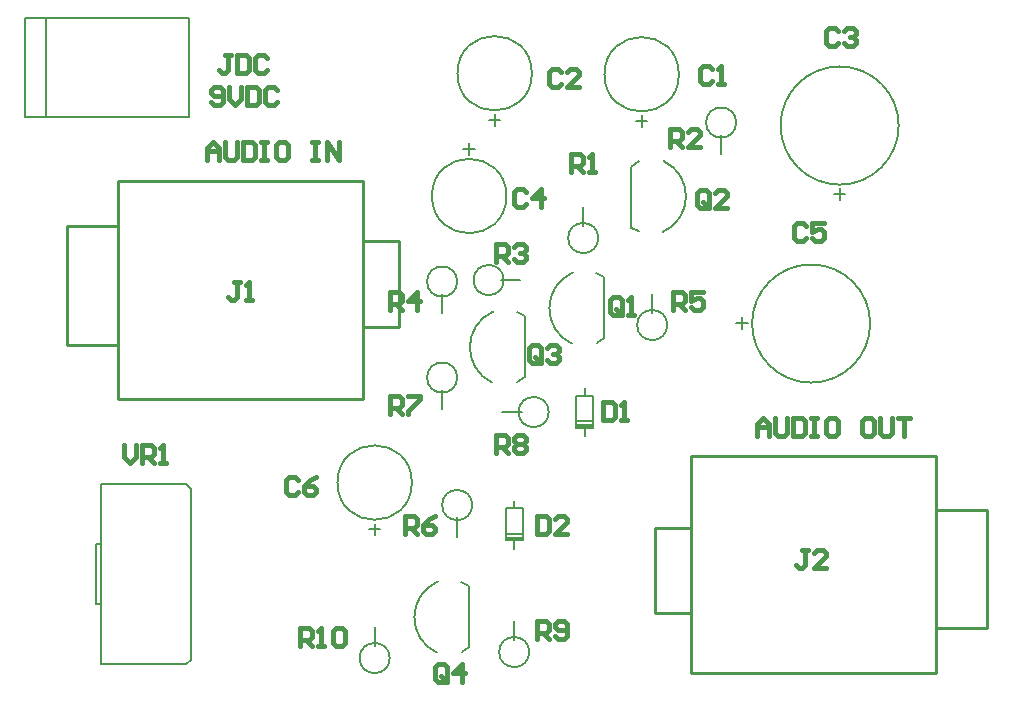
<source format=gto>
G04*
G04 #@! TF.GenerationSoftware,Altium Limited,Altium Designer,21.0.9 (235)*
G04*
G04 Layer_Color=65535*
%FSTAX24Y24*%
%MOIN*%
G70*
G04*
G04 #@! TF.SameCoordinates,BE33CD37-818E-4C07-995D-9A106440EC1D*
G04*
G04*
G04 #@! TF.FilePolarity,Positive*
G04*
G01*
G75*
%ADD10C,0.0050*%
%ADD11C,0.0070*%
%ADD12C,0.0100*%
%ADD13C,0.0150*%
%ADD14R,0.0550X0.0150*%
D10*
X039218Y046D02*
G03*
X039218Y046I-001969J0D01*
G01*
X03189Y047708D02*
G03*
X03189Y047708I-00124J0D01*
G01*
X02699Y047742D02*
G03*
X02699Y047742I-00124J0D01*
G01*
X02614Y04365D02*
G03*
X02614Y04365I-00124J0D01*
G01*
X02299Y0341D02*
G03*
X02299Y0341I-00124J0D01*
G01*
X038268Y0394D02*
G03*
X038268Y0394I-001969J0D01*
G01*
X037245Y04351D02*
Y043903D01*
X037048Y043707D02*
X037442D01*
X030645Y045946D02*
Y04634D01*
X030448Y046143D02*
X030842D01*
X025745Y04598D02*
Y046374D01*
X025548Y046177D02*
X025942D01*
X024905Y045412D02*
Y045018D01*
X025102Y045215D02*
X024708D01*
X021745Y032338D02*
Y032732D01*
X021548Y032535D02*
X021942D01*
X03381Y039405D02*
X034203D01*
X034007Y039602D02*
Y039208D01*
D11*
X033802Y0461D02*
G03*
X033802Y0461I-000502J0D01*
G01*
X03135Y042451D02*
G03*
X031382Y044815I-000524J00119D01*
G01*
X026052Y04085D02*
G03*
X026052Y04085I-000502J0D01*
G01*
X02835Y041099D02*
G03*
X028318Y038735I000524J-00119D01*
G01*
X0257Y039799D02*
G03*
X025668Y037435I000524J-00119D01*
G01*
X024502Y0408D02*
G03*
X024502Y0408I-000502J0D01*
G01*
Y0376D02*
G03*
X024502Y0376I-000502J0D01*
G01*
X027552Y03645D02*
G03*
X027552Y03645I-000502J0D01*
G01*
X025002Y03335D02*
G03*
X025002Y03335I-000502J0D01*
G01*
X02385Y030799D02*
G03*
X023818Y028435I000524J-00119D01*
G01*
X022252Y02825D02*
G03*
X022252Y02825I-000502J0D01*
G01*
X026902Y02845D02*
G03*
X026902Y02845I-000502J0D01*
G01*
X031502Y03935D02*
G03*
X031502Y03935I-000502J0D01*
G01*
X029202Y04225D02*
G03*
X029202Y04225I-000502J0D01*
G01*
X0333Y04505D02*
Y0457D01*
X0303Y04463D02*
X030548Y044803D01*
X0303Y0426D02*
X03056Y04247D01*
X0303Y0426D02*
Y04463D01*
X0108Y0463D02*
Y0496D01*
X0101Y0463D02*
X01555D01*
X0101Y0496D02*
X01555D01*
Y0463D02*
Y0496D01*
X0101Y0463D02*
Y0496D01*
X02595Y04085D02*
X0266D01*
X029152Y038747D02*
X0294Y03892D01*
X02914Y04108D02*
X0294Y04095D01*
Y03892D02*
Y04095D01*
X026502Y037447D02*
X02675Y03762D01*
X02649Y03978D02*
X02675Y03965D01*
Y03762D02*
Y03965D01*
X024Y03975D02*
Y0404D01*
Y03655D02*
Y0372D01*
X026Y03645D02*
X02665D01*
X0245Y0323D02*
Y03295D01*
X015623Y0282D02*
Y03389D01*
X012613Y03404D02*
X015473D01*
X012613Y02805D02*
Y03404D01*
Y02805D02*
X015473D01*
X012463Y03205D02*
X012613D01*
X012463Y03006D02*
Y03205D01*
Y03006D02*
X012613D01*
X015473Y03404D02*
X015623Y03389D01*
X015473Y02805D02*
X015623Y0282D01*
X024652Y028447D02*
X0249Y02862D01*
X02464Y03078D02*
X0249Y03065D01*
Y02862D02*
Y03065D01*
X02175Y02865D02*
Y0293D01*
X02847Y03615D02*
X02904D01*
Y03592D02*
Y03699D01*
X02847D02*
X02904D01*
X02847Y03592D02*
Y03699D01*
X02875Y03565D02*
Y03592D01*
Y03699D02*
Y03725D01*
X02847Y03592D02*
X02904D01*
X02612Y0324D02*
X02669D01*
Y03217D02*
Y03324D01*
X02612D02*
X02669D01*
X02612Y03217D02*
Y03324D01*
X0264Y0319D02*
Y03217D01*
Y03324D02*
Y0335D01*
X02612Y03217D02*
X02669D01*
X0264Y02885D02*
Y0295D01*
X031Y03975D02*
Y0404D01*
X0287Y04265D02*
Y0433D01*
D12*
X04045Y0332D02*
X04215D01*
Y02925D02*
Y0332D01*
X04045Y02925D02*
X04215D01*
X0311Y0326D02*
X0323D01*
X0311Y02975D02*
Y0326D01*
Y02975D02*
X0323D01*
Y02775D02*
X04045D01*
X0323D02*
Y0278D01*
X04045Y02775D02*
Y035D01*
X0323D02*
X04045D01*
X0323Y0278D02*
Y035D01*
X0115Y0387D02*
X0132D01*
X0115D02*
Y04265D01*
X0132D01*
X02135Y0393D02*
X02255D01*
Y04215D01*
X02135D02*
X02255D01*
X0132Y04415D02*
X02135D01*
Y0441D02*
Y04415D01*
X0132Y0369D02*
Y04415D01*
Y0369D02*
X02135D01*
Y0441D01*
D13*
X0163Y0468D02*
X0164Y0467D01*
X0166D01*
X0167Y0468D01*
Y0472D01*
X0166Y0473D01*
X0164D01*
X0163Y0472D01*
Y0471D01*
X0164Y047D01*
X0167D01*
X0169Y0473D02*
Y0469D01*
X0171Y0467D01*
X0173Y0469D01*
Y0473D01*
X0175D02*
Y0467D01*
X0178D01*
X017899Y0468D01*
Y0472D01*
X0178Y0473D01*
X0175D01*
X018499Y0472D02*
X018399Y0473D01*
X018199D01*
X018099Y0472D01*
Y0468D01*
X018199Y0467D01*
X018399D01*
X018499Y0468D01*
X0345Y03565D02*
Y03605D01*
X0347Y03625D01*
X0349Y03605D01*
Y03565D01*
Y03595D01*
X0345D01*
X0351Y03625D02*
Y03575D01*
X0352Y03565D01*
X0354D01*
X0355Y03575D01*
Y03625D01*
X0357D02*
Y03565D01*
X036D01*
X036099Y03575D01*
Y03615D01*
X036Y03625D01*
X0357D01*
X036299D02*
X036499D01*
X036399D01*
Y03565D01*
X036299D01*
X036499D01*
X037099Y03625D02*
X036899D01*
X036799Y03615D01*
Y03575D01*
X036899Y03565D01*
X037099D01*
X037199Y03575D01*
Y03615D01*
X037099Y03625D01*
X038299D02*
X038099D01*
X037999Y03615D01*
Y03575D01*
X038099Y03565D01*
X038299D01*
X038399Y03575D01*
Y03615D01*
X038299Y03625D01*
X038599D02*
Y03575D01*
X038699Y03565D01*
X038899D01*
X038999Y03575D01*
Y03625D01*
X039198D02*
X039598D01*
X039398D01*
Y03565D01*
X01615Y04485D02*
Y04525D01*
X01635Y04545D01*
X01655Y04525D01*
Y04485D01*
Y04515D01*
X01615D01*
X01675Y04545D02*
Y04495D01*
X01685Y04485D01*
X01705D01*
X01715Y04495D01*
Y04545D01*
X01735D02*
Y04485D01*
X01765D01*
X017749Y04495D01*
Y04535D01*
X01765Y04545D01*
X01735D01*
X017949D02*
X018149D01*
X018049D01*
Y04485D01*
X017949D01*
X018149D01*
X018749Y04545D02*
X018549D01*
X018449Y04535D01*
Y04495D01*
X018549Y04485D01*
X018749D01*
X018849Y04495D01*
Y04535D01*
X018749Y04545D01*
X019649D02*
X019849D01*
X019749D01*
Y04485D01*
X019649D01*
X019849D01*
X020149D02*
Y04545D01*
X020549Y04485D01*
Y04545D01*
X0372Y04915D02*
X0371Y04925D01*
X0369D01*
X0368Y04915D01*
Y04875D01*
X0369Y04865D01*
X0371D01*
X0372Y04875D01*
X0374Y04915D02*
X0375Y04925D01*
X0377D01*
X0378Y04915D01*
Y04905D01*
X0377Y04895D01*
X0376D01*
X0377D01*
X0378Y04885D01*
Y04875D01*
X0377Y04865D01*
X0375D01*
X0374Y04875D01*
X03612Y04264D02*
X03602Y04274D01*
X03582D01*
X03572Y04264D01*
Y04224D01*
X03582Y04214D01*
X03602D01*
X03612Y04224D01*
X03672Y04274D02*
X03632D01*
Y04244D01*
X03652Y04254D01*
X03662D01*
X03672Y04244D01*
Y04224D01*
X03662Y04214D01*
X03642D01*
X03632Y04224D01*
X0134Y03535D02*
Y03495D01*
X0136Y03475D01*
X0138Y03495D01*
Y03535D01*
X014Y03475D02*
Y03535D01*
X0143D01*
X0144Y03525D01*
Y03505D01*
X0143Y03495D01*
X014D01*
X0142D02*
X0144Y03475D01*
X0146D02*
X0148D01*
X0147D01*
Y03535D01*
X0146Y03525D01*
X01925Y02865D02*
Y02925D01*
X01955D01*
X01965Y02915D01*
Y02895D01*
X01955Y02885D01*
X01925D01*
X01945D02*
X01965Y02865D01*
X01985D02*
X02005D01*
X01995D01*
Y02925D01*
X01985Y02915D01*
X02035D02*
X02045Y02925D01*
X02065D01*
X02075Y02915D01*
Y02875D01*
X02065Y02865D01*
X02045D01*
X02035Y02875D01*
Y02915D01*
X02715Y0289D02*
Y0295D01*
X02745D01*
X02755Y0294D01*
Y0292D01*
X02745Y0291D01*
X02715D01*
X02735D02*
X02755Y0289D01*
X02775Y029D02*
X02785Y0289D01*
X02805D01*
X02815Y029D01*
Y0294D01*
X02805Y0295D01*
X02785D01*
X02775Y0294D01*
Y0293D01*
X02785Y0292D01*
X02815D01*
X0258Y0351D02*
Y0357D01*
X0261D01*
X0262Y0356D01*
Y0354D01*
X0261Y0353D01*
X0258D01*
X026D02*
X0262Y0351D01*
X0264Y0356D02*
X0265Y0357D01*
X0267D01*
X0268Y0356D01*
Y0355D01*
X0267Y0354D01*
X0268Y0353D01*
Y0352D01*
X0267Y0351D01*
X0265D01*
X0264Y0352D01*
Y0353D01*
X0265Y0354D01*
X0264Y0355D01*
Y0356D01*
X0265Y0354D02*
X0267D01*
X02225Y0364D02*
Y037D01*
X02255D01*
X02265Y0369D01*
Y0367D01*
X02255Y0366D01*
X02225D01*
X02245D02*
X02265Y0364D01*
X02285Y037D02*
X02325D01*
Y0369D01*
X02285Y0365D01*
Y0364D01*
X02275Y0324D02*
Y033D01*
X02305D01*
X02315Y0329D01*
Y0327D01*
X02305Y0326D01*
X02275D01*
X02295D02*
X02315Y0324D01*
X02375Y033D02*
X02355Y0329D01*
X02335Y0327D01*
Y0325D01*
X02345Y0324D01*
X02365D01*
X02375Y0325D01*
Y0326D01*
X02365Y0327D01*
X02335D01*
X0317Y03985D02*
Y04045D01*
X032D01*
X0321Y04035D01*
Y04015D01*
X032Y04005D01*
X0317D01*
X0319D02*
X0321Y03985D01*
X0327Y04045D02*
X0323D01*
Y04015D01*
X0325Y04025D01*
X0326D01*
X0327Y04015D01*
Y03995D01*
X0326Y03985D01*
X0324D01*
X0323Y03995D01*
X02225Y03985D02*
Y04045D01*
X02255D01*
X02265Y04035D01*
Y04015D01*
X02255Y04005D01*
X02225D01*
X02245D02*
X02265Y03985D01*
X02315D02*
Y04045D01*
X02285Y04015D01*
X02325D01*
X0258Y04145D02*
Y04205D01*
X0261D01*
X0262Y04195D01*
Y04175D01*
X0261Y04165D01*
X0258D01*
X026D02*
X0262Y04145D01*
X0264Y04195D02*
X0265Y04205D01*
X0267D01*
X0268Y04195D01*
Y04185D01*
X0267Y04175D01*
X0266D01*
X0267D01*
X0268Y04165D01*
Y04155D01*
X0267Y04145D01*
X0265D01*
X0264Y04155D01*
X0316Y0453D02*
Y0459D01*
X0319D01*
X032Y0458D01*
Y0456D01*
X0319Y0455D01*
X0316D01*
X0318D02*
X032Y0453D01*
X0326D02*
X0322D01*
X0326Y0457D01*
Y0458D01*
X0325Y0459D01*
X0323D01*
X0322Y0458D01*
X0283Y04446D02*
Y04506D01*
X0286D01*
X0287Y04496D01*
Y04476D01*
X0286Y04466D01*
X0283D01*
X0285D02*
X0287Y04446D01*
X0289D02*
X0291D01*
X029D01*
Y04506D01*
X0289Y04496D01*
X02415Y02755D02*
Y02795D01*
X02405Y02805D01*
X02385D01*
X02375Y02795D01*
Y02755D01*
X02385Y02745D01*
X02405D01*
X02395Y02765D02*
X02415Y02745D01*
X02405D02*
X02415Y02755D01*
X02465Y02745D02*
Y02805D01*
X02435Y02775D01*
X02475D01*
X0273Y0382D02*
Y0386D01*
X0272Y0387D01*
X027D01*
X0269Y0386D01*
Y0382D01*
X027Y0381D01*
X0272D01*
X0271Y0383D02*
X0273Y0381D01*
X0272D02*
X0273Y0382D01*
X0275Y0386D02*
X0276Y0387D01*
X0278D01*
X0279Y0386D01*
Y0385D01*
X0278Y0384D01*
X0277D01*
X0278D01*
X0279Y0383D01*
Y0382D01*
X0278Y0381D01*
X0276D01*
X0275Y0382D01*
X0329Y04335D02*
Y04375D01*
X0328Y04385D01*
X0326D01*
X0325Y04375D01*
Y04335D01*
X0326Y04325D01*
X0328D01*
X0327Y04345D02*
X0329Y04325D01*
X0328D02*
X0329Y04335D01*
X0335Y04325D02*
X0331D01*
X0335Y04365D01*
Y04375D01*
X0334Y04385D01*
X0332D01*
X0331Y04375D01*
X03Y0398D02*
Y0402D01*
X0299Y0403D01*
X0297D01*
X0296Y0402D01*
Y0398D01*
X0297Y0397D01*
X0299D01*
X0298Y0399D02*
X03Y0397D01*
X0299D02*
X03Y0398D01*
X0302Y0397D02*
X0304D01*
X0303D01*
Y0403D01*
X0302Y0402D01*
X01695Y04835D02*
X01675D01*
X01685D01*
Y04785D01*
X01675Y04775D01*
X01665D01*
X01655Y04785D01*
X01715Y04835D02*
Y04775D01*
X01745D01*
X01755Y04785D01*
Y04825D01*
X01745Y04835D01*
X01715D01*
X01815Y04825D02*
X01805Y04835D01*
X01785D01*
X01775Y04825D01*
Y04785D01*
X01785Y04775D01*
X01805D01*
X01815Y04785D01*
X0362Y03185D02*
X036D01*
X0361D01*
Y03135D01*
X036Y03125D01*
X0359D01*
X0358Y03135D01*
X0368Y03125D02*
X0364D01*
X0368Y03165D01*
Y03175D01*
X0367Y03185D01*
X0365D01*
X0364Y03175D01*
X01725Y0408D02*
X01705D01*
X01715D01*
Y0403D01*
X01705Y0402D01*
X01695D01*
X01685Y0403D01*
X01745Y0402D02*
X01765D01*
X01755D01*
Y0408D01*
X01745Y0407D01*
X02715Y033D02*
Y0324D01*
X02745D01*
X02755Y0325D01*
Y0329D01*
X02745Y033D01*
X02715D01*
X02815Y0324D02*
X02775D01*
X02815Y0328D01*
Y0329D01*
X02805Y033D01*
X02785D01*
X02775Y0329D01*
X02935Y0368D02*
Y0362D01*
X02965D01*
X02975Y0363D01*
Y0367D01*
X02965Y0368D01*
X02935D01*
X02995Y0362D02*
X03015D01*
X03005D01*
Y0368D01*
X02995Y0367D01*
X0192Y0342D02*
X0191Y0343D01*
X0189D01*
X0188Y0342D01*
Y0338D01*
X0189Y0337D01*
X0191D01*
X0192Y0338D01*
X0198Y0343D02*
X0196Y0342D01*
X0194Y034D01*
Y0338D01*
X0195Y0337D01*
X0197D01*
X0198Y0338D01*
Y0339D01*
X0197Y034D01*
X0194D01*
X0268Y0438D02*
X0267Y0439D01*
X0265D01*
X0264Y0438D01*
Y0434D01*
X0265Y0433D01*
X0267D01*
X0268Y0434D01*
X0273Y0433D02*
Y0439D01*
X027Y0436D01*
X0274D01*
X02795Y0478D02*
X02785Y0479D01*
X02765D01*
X02755Y0478D01*
Y0474D01*
X02765Y0473D01*
X02785D01*
X02795Y0474D01*
X02855Y0473D02*
X02815D01*
X02855Y0477D01*
Y0478D01*
X02845Y0479D01*
X02825D01*
X02815Y0478D01*
X033Y0479D02*
X0329Y048D01*
X0327D01*
X0326Y0479D01*
Y0475D01*
X0327Y0474D01*
X0329D01*
X033Y0475D01*
X0332Y0474D02*
X0334D01*
X0333D01*
Y048D01*
X0332Y0479D01*
D14*
X028775Y035975D02*
D03*
X026425Y032225D02*
D03*
M02*

</source>
